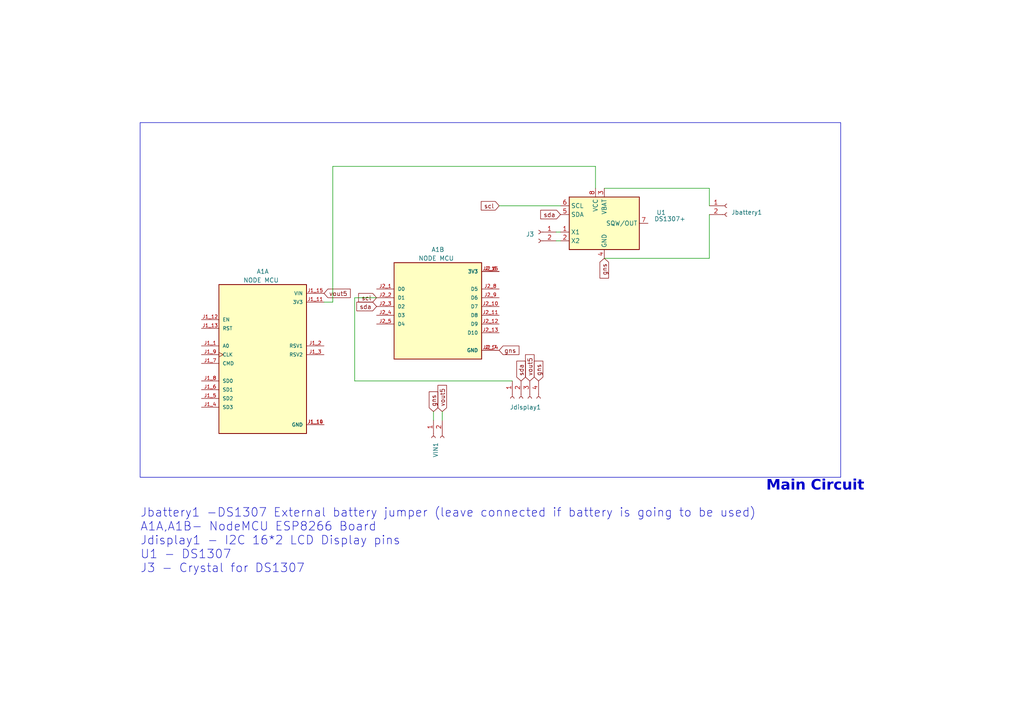
<source format=kicad_sch>
(kicad_sch (version 20230121) (generator eeschema)

  (uuid 0a96b5a5-e92d-4006-883a-381d39a24196)

  (paper "A4")

  (title_block
    (title "Accurate Internet Clock")
    (date "10/3/23")
    (rev "2")
    (company "ESC crasci aka Atul Ravi")
  )

  (lib_symbols
    (symbol "Connector:Conn_01x02_Socket" (pin_names (offset 1.016) hide) (in_bom yes) (on_board yes)
      (property "Reference" "J" (at 0 2.54 0)
        (effects (font (size 1.27 1.27)))
      )
      (property "Value" "Conn_01x02_Socket" (at 0 -5.08 0)
        (effects (font (size 1.27 1.27)))
      )
      (property "Footprint" "" (at 0 0 0)
        (effects (font (size 1.27 1.27)) hide)
      )
      (property "Datasheet" "~" (at 0 0 0)
        (effects (font (size 1.27 1.27)) hide)
      )
      (property "ki_locked" "" (at 0 0 0)
        (effects (font (size 1.27 1.27)))
      )
      (property "ki_keywords" "connector" (at 0 0 0)
        (effects (font (size 1.27 1.27)) hide)
      )
      (property "ki_description" "Generic connector, single row, 01x02, script generated" (at 0 0 0)
        (effects (font (size 1.27 1.27)) hide)
      )
      (property "ki_fp_filters" "Connector*:*_1x??_*" (at 0 0 0)
        (effects (font (size 1.27 1.27)) hide)
      )
      (symbol "Conn_01x02_Socket_1_1"
        (arc (start 0 -2.032) (mid -0.5058 -2.54) (end 0 -3.048)
          (stroke (width 0.1524) (type default))
          (fill (type none))
        )
        (polyline
          (pts
            (xy -1.27 -2.54)
            (xy -0.508 -2.54)
          )
          (stroke (width 0.1524) (type default))
          (fill (type none))
        )
        (polyline
          (pts
            (xy -1.27 0)
            (xy -0.508 0)
          )
          (stroke (width 0.1524) (type default))
          (fill (type none))
        )
        (arc (start 0 0.508) (mid -0.5058 0) (end 0 -0.508)
          (stroke (width 0.1524) (type default))
          (fill (type none))
        )
        (pin passive line (at -5.08 0 0) (length 3.81)
          (name "Pin_1" (effects (font (size 1.27 1.27))))
          (number "1" (effects (font (size 1.27 1.27))))
        )
        (pin passive line (at -5.08 -2.54 0) (length 3.81)
          (name "Pin_2" (effects (font (size 1.27 1.27))))
          (number "2" (effects (font (size 1.27 1.27))))
        )
      )
    )
    (symbol "Connector:Conn_01x04_Socket" (pin_names (offset 1.016) hide) (in_bom yes) (on_board yes)
      (property "Reference" "J" (at 0 5.08 0)
        (effects (font (size 1.27 1.27)))
      )
      (property "Value" "Conn_01x04_Socket" (at 0 -7.62 0)
        (effects (font (size 1.27 1.27)))
      )
      (property "Footprint" "" (at 0 0 0)
        (effects (font (size 1.27 1.27)) hide)
      )
      (property "Datasheet" "~" (at 0 0 0)
        (effects (font (size 1.27 1.27)) hide)
      )
      (property "ki_locked" "" (at 0 0 0)
        (effects (font (size 1.27 1.27)))
      )
      (property "ki_keywords" "connector" (at 0 0 0)
        (effects (font (size 1.27 1.27)) hide)
      )
      (property "ki_description" "Generic connector, single row, 01x04, script generated" (at 0 0 0)
        (effects (font (size 1.27 1.27)) hide)
      )
      (property "ki_fp_filters" "Connector*:*_1x??_*" (at 0 0 0)
        (effects (font (size 1.27 1.27)) hide)
      )
      (symbol "Conn_01x04_Socket_1_1"
        (arc (start 0 -4.572) (mid -0.5058 -5.08) (end 0 -5.588)
          (stroke (width 0.1524) (type default))
          (fill (type none))
        )
        (arc (start 0 -2.032) (mid -0.5058 -2.54) (end 0 -3.048)
          (stroke (width 0.1524) (type default))
          (fill (type none))
        )
        (polyline
          (pts
            (xy -1.27 -5.08)
            (xy -0.508 -5.08)
          )
          (stroke (width 0.1524) (type default))
          (fill (type none))
        )
        (polyline
          (pts
            (xy -1.27 -2.54)
            (xy -0.508 -2.54)
          )
          (stroke (width 0.1524) (type default))
          (fill (type none))
        )
        (polyline
          (pts
            (xy -1.27 0)
            (xy -0.508 0)
          )
          (stroke (width 0.1524) (type default))
          (fill (type none))
        )
        (polyline
          (pts
            (xy -1.27 2.54)
            (xy -0.508 2.54)
          )
          (stroke (width 0.1524) (type default))
          (fill (type none))
        )
        (arc (start 0 0.508) (mid -0.5058 0) (end 0 -0.508)
          (stroke (width 0.1524) (type default))
          (fill (type none))
        )
        (arc (start 0 3.048) (mid -0.5058 2.54) (end 0 2.032)
          (stroke (width 0.1524) (type default))
          (fill (type none))
        )
        (pin passive line (at -5.08 2.54 0) (length 3.81)
          (name "Pin_1" (effects (font (size 1.27 1.27))))
          (number "1" (effects (font (size 1.27 1.27))))
        )
        (pin passive line (at -5.08 0 0) (length 3.81)
          (name "Pin_2" (effects (font (size 1.27 1.27))))
          (number "2" (effects (font (size 1.27 1.27))))
        )
        (pin passive line (at -5.08 -2.54 0) (length 3.81)
          (name "Pin_3" (effects (font (size 1.27 1.27))))
          (number "3" (effects (font (size 1.27 1.27))))
        )
        (pin passive line (at -5.08 -5.08 0) (length 3.81)
          (name "Pin_4" (effects (font (size 1.27 1.27))))
          (number "4" (effects (font (size 1.27 1.27))))
        )
      )
    )
    (symbol "NodeMCU:113990105" (pin_names (offset 1.016)) (in_bom yes) (on_board yes)
      (property "Reference" "A" (at -12.7 21.59 0)
        (effects (font (size 1.27 1.27)) (justify left bottom))
      )
      (property "Value" "113990105" (at -12.7 -24.13 0)
        (effects (font (size 1.27 1.27)) (justify left top))
      )
      (property "Footprint" "SEEED_113990105" (at 0 0 0)
        (effects (font (size 1.27 1.27)) (justify bottom) hide)
      )
      (property "Datasheet" "" (at 0 0 0)
        (effects (font (size 1.27 1.27)) hide)
      )
      (property "MANUFACTURER" "Seeed" (at 0 0 0)
        (effects (font (size 1.27 1.27)) (justify bottom) hide)
      )
      (property "STANDARD" "Manufacturer Recommendations" (at 0 0 0)
        (effects (font (size 1.27 1.27)) (justify bottom) hide)
      )
      (property "MAXIMUM_PACKAGE_HEIGHT" "N/A" (at 0 0 0)
        (effects (font (size 1.27 1.27)) (justify bottom) hide)
      )
      (property "PARTREV" "N/A" (at 0 0 0)
        (effects (font (size 1.27 1.27)) (justify bottom) hide)
      )
      (symbol "113990105_1_0"
        (rectangle (start -12.7 -22.86) (end 12.7 20.32)
          (stroke (width 0.254) (type default))
          (fill (type background))
        )
        (pin bidirectional line (at -17.78 2.54 0) (length 5.08)
          (name "A0" (effects (font (size 1.016 1.016))))
          (number "J1_1" (effects (font (size 1.016 1.016))))
        )
        (pin power_in line (at 17.78 -20.32 180) (length 5.08)
          (name "GND" (effects (font (size 1.016 1.016))))
          (number "J1_10" (effects (font (size 1.016 1.016))))
        )
        (pin power_in line (at 17.78 15.24 180) (length 5.08)
          (name "3V3" (effects (font (size 1.016 1.016))))
          (number "J1_11" (effects (font (size 1.016 1.016))))
        )
        (pin input line (at -17.78 10.16 0) (length 5.08)
          (name "EN" (effects (font (size 1.016 1.016))))
          (number "J1_12" (effects (font (size 1.016 1.016))))
        )
        (pin input line (at -17.78 7.62 0) (length 5.08)
          (name "RST" (effects (font (size 1.016 1.016))))
          (number "J1_13" (effects (font (size 1.016 1.016))))
        )
        (pin power_in line (at 17.78 -20.32 180) (length 5.08)
          (name "GND" (effects (font (size 1.016 1.016))))
          (number "J1_14" (effects (font (size 1.016 1.016))))
        )
        (pin power_in line (at 17.78 17.78 180) (length 5.08)
          (name "VIN" (effects (font (size 1.016 1.016))))
          (number "J1_15" (effects (font (size 1.016 1.016))))
        )
        (pin bidirectional line (at 17.78 2.54 180) (length 5.08)
          (name "RSV1" (effects (font (size 1.016 1.016))))
          (number "J1_2" (effects (font (size 1.016 1.016))))
        )
        (pin bidirectional line (at 17.78 0 180) (length 5.08)
          (name "RSV2" (effects (font (size 1.016 1.016))))
          (number "J1_3" (effects (font (size 1.016 1.016))))
        )
        (pin bidirectional line (at -17.78 -15.24 0) (length 5.08)
          (name "SD3" (effects (font (size 1.016 1.016))))
          (number "J1_4" (effects (font (size 1.016 1.016))))
        )
        (pin bidirectional line (at -17.78 -12.7 0) (length 5.08)
          (name "SD2" (effects (font (size 1.016 1.016))))
          (number "J1_5" (effects (font (size 1.016 1.016))))
        )
        (pin bidirectional line (at -17.78 -10.16 0) (length 5.08)
          (name "SD1" (effects (font (size 1.016 1.016))))
          (number "J1_6" (effects (font (size 1.016 1.016))))
        )
        (pin bidirectional line (at -17.78 -2.54 0) (length 5.08)
          (name "CMD" (effects (font (size 1.016 1.016))))
          (number "J1_7" (effects (font (size 1.016 1.016))))
        )
        (pin bidirectional line (at -17.78 -7.62 0) (length 5.08)
          (name "SD0" (effects (font (size 1.016 1.016))))
          (number "J1_8" (effects (font (size 1.016 1.016))))
        )
        (pin bidirectional clock (at -17.78 0 0) (length 5.08)
          (name "CLK" (effects (font (size 1.016 1.016))))
          (number "J1_9" (effects (font (size 1.016 1.016))))
        )
      )
      (symbol "113990105_2_0"
        (rectangle (start -12.7 -15.24) (end 12.7 12.7)
          (stroke (width 0.254) (type default))
          (fill (type background))
        )
        (pin bidirectional line (at -17.78 5.08 0) (length 5.08)
          (name "D0" (effects (font (size 1.016 1.016))))
          (number "J2_1" (effects (font (size 1.016 1.016))))
        )
        (pin bidirectional line (at 17.78 0 180) (length 5.08)
          (name "D7" (effects (font (size 1.016 1.016))))
          (number "J2_10" (effects (font (size 1.016 1.016))))
        )
        (pin bidirectional line (at 17.78 -2.54 180) (length 5.08)
          (name "D8" (effects (font (size 1.016 1.016))))
          (number "J2_11" (effects (font (size 1.016 1.016))))
        )
        (pin bidirectional line (at 17.78 -5.08 180) (length 5.08)
          (name "D9" (effects (font (size 1.016 1.016))))
          (number "J2_12" (effects (font (size 1.016 1.016))))
        )
        (pin bidirectional line (at 17.78 -7.62 180) (length 5.08)
          (name "D10" (effects (font (size 1.016 1.016))))
          (number "J2_13" (effects (font (size 1.016 1.016))))
        )
        (pin power_in line (at 17.78 -12.7 180) (length 5.08)
          (name "GND" (effects (font (size 1.016 1.016))))
          (number "J2_14" (effects (font (size 1.016 1.016))))
        )
        (pin power_in line (at 17.78 10.16 180) (length 5.08)
          (name "3V3" (effects (font (size 1.016 1.016))))
          (number "J2_15" (effects (font (size 1.016 1.016))))
        )
        (pin bidirectional line (at -17.78 2.54 0) (length 5.08)
          (name "D1" (effects (font (size 1.016 1.016))))
          (number "J2_2" (effects (font (size 1.016 1.016))))
        )
        (pin bidirectional line (at -17.78 0 0) (length 5.08)
          (name "D2" (effects (font (size 1.016 1.016))))
          (number "J2_3" (effects (font (size 1.016 1.016))))
        )
        (pin bidirectional line (at -17.78 -2.54 0) (length 5.08)
          (name "D3" (effects (font (size 1.016 1.016))))
          (number "J2_4" (effects (font (size 1.016 1.016))))
        )
        (pin bidirectional line (at -17.78 -5.08 0) (length 5.08)
          (name "D4" (effects (font (size 1.016 1.016))))
          (number "J2_5" (effects (font (size 1.016 1.016))))
        )
        (pin power_in line (at 17.78 10.16 180) (length 5.08)
          (name "3V3" (effects (font (size 1.016 1.016))))
          (number "J2_6" (effects (font (size 1.016 1.016))))
        )
        (pin power_in line (at 17.78 -12.7 180) (length 5.08)
          (name "GND" (effects (font (size 1.016 1.016))))
          (number "J2_7" (effects (font (size 1.016 1.016))))
        )
        (pin bidirectional line (at 17.78 5.08 180) (length 5.08)
          (name "D5" (effects (font (size 1.016 1.016))))
          (number "J2_8" (effects (font (size 1.016 1.016))))
        )
        (pin bidirectional line (at 17.78 2.54 180) (length 5.08)
          (name "D6" (effects (font (size 1.016 1.016))))
          (number "J2_9" (effects (font (size 1.016 1.016))))
        )
      )
    )
    (symbol "Timer_RTC:DS1307+" (in_bom yes) (on_board yes)
      (property "Reference" "U" (at -8.89 8.89 0)
        (effects (font (size 1.27 1.27)))
      )
      (property "Value" "DS1307+" (at 1.27 8.89 0)
        (effects (font (size 1.27 1.27)) (justify left))
      )
      (property "Footprint" "Package_DIP:DIP-8_W7.62mm" (at 0 -12.7 0)
        (effects (font (size 1.27 1.27)) hide)
      )
      (property "Datasheet" "https://datasheets.maximintegrated.com/en/ds/DS1307.pdf" (at 0 -5.08 0)
        (effects (font (size 1.27 1.27)) hide)
      )
      (property "ki_keywords" "RTC, Trickle-Charge Timekeeping Chip" (at 0 0 0)
        (effects (font (size 1.27 1.27)) hide)
      )
      (property "ki_description" "64 x 8, Serial, I2C Real-time clock, 4.5V to 5.5V VCC, 0°C to +70°C, DIP-8" (at 0 0 0)
        (effects (font (size 1.27 1.27)) hide)
      )
      (property "ki_fp_filters" "DIP*W7.62mm*" (at 0 0 0)
        (effects (font (size 1.27 1.27)) hide)
      )
      (symbol "DS1307+_0_1"
        (rectangle (start -10.16 7.62) (end 10.16 -7.62)
          (stroke (width 0.254) (type default))
          (fill (type background))
        )
      )
      (symbol "DS1307+_1_1"
        (pin input line (at -12.7 -2.54 0) (length 2.54)
          (name "X1" (effects (font (size 1.27 1.27))))
          (number "1" (effects (font (size 1.27 1.27))))
        )
        (pin input line (at -12.7 -5.08 0) (length 2.54)
          (name "X2" (effects (font (size 1.27 1.27))))
          (number "2" (effects (font (size 1.27 1.27))))
        )
        (pin power_in line (at 0 10.16 270) (length 2.54)
          (name "VBAT" (effects (font (size 1.27 1.27))))
          (number "3" (effects (font (size 1.27 1.27))))
        )
        (pin power_in line (at 0 -10.16 90) (length 2.54)
          (name "GND" (effects (font (size 1.27 1.27))))
          (number "4" (effects (font (size 1.27 1.27))))
        )
        (pin bidirectional line (at -12.7 2.54 0) (length 2.54)
          (name "SDA" (effects (font (size 1.27 1.27))))
          (number "5" (effects (font (size 1.27 1.27))))
        )
        (pin input line (at -12.7 5.08 0) (length 2.54)
          (name "SCL" (effects (font (size 1.27 1.27))))
          (number "6" (effects (font (size 1.27 1.27))))
        )
        (pin open_collector line (at 12.7 0 180) (length 2.54)
          (name "SQW/OUT" (effects (font (size 1.27 1.27))))
          (number "7" (effects (font (size 1.27 1.27))))
        )
        (pin power_in line (at -2.54 10.16 270) (length 2.54)
          (name "VCC" (effects (font (size 1.27 1.27))))
          (number "8" (effects (font (size 1.27 1.27))))
        )
      )
    )
  )


  (wire (pts (xy 125.73 121.92) (xy 125.73 119.38))
    (stroke (width 0) (type default))
    (uuid 065163c8-9ae4-4e6c-8ea7-1547e1483ae5)
  )
  (wire (pts (xy 205.74 54.61) (xy 205.74 59.69))
    (stroke (width 0) (type default))
    (uuid 1696e4f5-b97b-44d2-9c3d-d569d6061e3d)
  )
  (wire (pts (xy 175.26 74.93) (xy 205.74 74.93))
    (stroke (width 0) (type default))
    (uuid 30a7347a-aaa5-4389-b625-b453c7ae52b7)
  )
  (wire (pts (xy 172.72 48.26) (xy 172.72 54.61))
    (stroke (width 0) (type default))
    (uuid 3e3d7b57-7c62-444f-843a-3bc8e0aa192d)
  )
  (wire (pts (xy 102.87 86.36) (xy 102.87 110.49))
    (stroke (width 0) (type default))
    (uuid 4ea6e26e-e682-4180-bbb3-50cbb3e6c2c6)
  )
  (wire (pts (xy 102.87 86.36) (xy 109.22 86.36))
    (stroke (width 0) (type default))
    (uuid 4ec133c7-dc5e-4b72-afa0-e18f29bb4ca1)
  )
  (wire (pts (xy 102.87 110.49) (xy 148.59 110.49))
    (stroke (width 0) (type default))
    (uuid 5950df41-affa-43de-bb43-e348b8b67614)
  )
  (wire (pts (xy 175.26 54.61) (xy 205.74 54.61))
    (stroke (width 0) (type default))
    (uuid 5c57ae65-eda0-4ba5-a2ab-831092b08174)
  )
  (wire (pts (xy 161.29 69.85) (xy 162.56 69.85))
    (stroke (width 0) (type default))
    (uuid 703b5beb-19c0-408a-ab34-06bab4acac72)
  )
  (wire (pts (xy 172.72 48.26) (xy 96.52 48.26))
    (stroke (width 0) (type default))
    (uuid 9feaa505-7a3d-46c7-afaf-6fb4453559ee)
  )
  (wire (pts (xy 96.52 48.26) (xy 96.52 87.63))
    (stroke (width 0) (type default))
    (uuid a62a7428-0e8b-41e6-8a87-44322d7f22b2)
  )
  (wire (pts (xy 128.27 121.92) (xy 128.27 119.38))
    (stroke (width 0) (type default))
    (uuid c6b0c806-a66a-4d21-82fa-3081286c4261)
  )
  (wire (pts (xy 205.74 74.93) (xy 205.74 62.23))
    (stroke (width 0) (type default))
    (uuid d3052e00-7409-4a16-87ec-06b961cb42bb)
  )
  (wire (pts (xy 161.29 67.31) (xy 162.56 67.31))
    (stroke (width 0) (type default))
    (uuid d590423d-8fc2-4257-8b32-da89eb4a8118)
  )
  (wire (pts (xy 162.56 59.69) (xy 144.78 59.69))
    (stroke (width 0) (type default))
    (uuid e9e4b168-c4e9-4613-8b38-9af7479ae9a9)
  )
  (wire (pts (xy 96.52 87.63) (xy 93.98 87.63))
    (stroke (width 0) (type default))
    (uuid efcf39cc-1117-4b8b-b83b-0921db3aadba)
  )

  (rectangle (start 40.64 35.56) (end 243.84 138.43)
    (stroke (width 0) (type default))
    (fill (type none))
    (uuid c157f56a-b52a-4f56-8bd6-058f0cec971e)
  )

  (text "Jbattery1 -DS1307 External battery jumper (leave connected if battery is going to be used)\nA1A,A1B- NodeMCU ESP8266 Board\nJdisplay1 - I2C 16*2 LCD Display pins\nU1 - DS1307\nJ3 - Crystal for DS1307\n"
    (at 40.64 166.37 0)
    (effects (font (size 2.5 2.5)) (justify left bottom))
    (uuid 7ff37a1e-5e18-4b57-8173-a62c2ccf0c3d)
  )
  (text "Main Circuit" (at 222.25 143.51 0)
    (effects (font (face "Calibri") (size 3 3) (thickness 0.254) bold) (justify left bottom))
    (uuid b1191902-f95a-4f89-947d-bfe4c1f37ce2)
  )

  (global_label "sda" (shape input) (at 151.13 110.49 90) (fields_autoplaced)
    (effects (font (size 1.27 1.27)) (justify left))
    (uuid 010775c3-c722-4f32-a131-bb066141191c)
    (property "Intersheetrefs" "${INTERSHEET_REFS}" (at 151.13 104.2581 90)
      (effects (font (size 1.27 1.27)) (justify left) hide)
    )
  )
  (global_label "vout5" (shape input) (at 93.98 85.09 0) (fields_autoplaced)
    (effects (font (size 1.27 1.27)) (justify left))
    (uuid 0e2ad08e-6034-4e06-84a3-b7d4385352f4)
    (property "Intersheetrefs" "${INTERSHEET_REFS}" (at 102.0866 85.09 0)
      (effects (font (size 1.27 1.27)) (justify left) hide)
    )
  )
  (global_label "scl" (shape input) (at 144.78 59.69 180) (fields_autoplaced)
    (effects (font (size 1.27 1.27)) (justify right))
    (uuid 0e78c0f5-183d-4b15-9766-3341b3ff2296)
    (property "Intersheetrefs" "${INTERSHEET_REFS}" (at 139.0923 59.69 0)
      (effects (font (size 1.27 1.27)) (justify right) hide)
    )
  )
  (global_label "scl" (shape input) (at 109.22 86.36 180) (fields_autoplaced)
    (effects (font (size 1.27 1.27)) (justify right))
    (uuid 2b1a23a8-1119-4fd7-913a-334b101d44e3)
    (property "Intersheetrefs" "${INTERSHEET_REFS}" (at 103.5323 86.36 0)
      (effects (font (size 1.27 1.27)) (justify right) hide)
    )
  )
  (global_label "gns" (shape input) (at 175.26 74.93 270) (fields_autoplaced)
    (effects (font (size 1.27 1.27)) (justify right))
    (uuid 30b0d42d-4720-4615-8e07-b55aff59431b)
    (property "Intersheetrefs" "${INTERSHEET_REFS}" (at 175.26 81.1619 90)
      (effects (font (size 1.27 1.27)) (justify right) hide)
    )
  )
  (global_label "sda" (shape input) (at 109.22 88.9 180) (fields_autoplaced)
    (effects (font (size 1.27 1.27)) (justify right))
    (uuid 5b3667f8-afa5-4021-a1da-d128a1e3fe77)
    (property "Intersheetrefs" "${INTERSHEET_REFS}" (at 102.9881 88.9 0)
      (effects (font (size 1.27 1.27)) (justify right) hide)
    )
  )
  (global_label "vout5" (shape input) (at 128.27 119.38 90) (fields_autoplaced)
    (effects (font (size 1.27 1.27)) (justify left))
    (uuid 69a6cb33-4dae-40ce-9f90-d5929c871a18)
    (property "Intersheetrefs" "${INTERSHEET_REFS}" (at 128.27 111.2734 90)
      (effects (font (size 1.27 1.27)) (justify left) hide)
    )
  )
  (global_label "vout5" (shape input) (at 153.67 110.49 90) (fields_autoplaced)
    (effects (font (size 1.27 1.27)) (justify left))
    (uuid 6e490e08-30e2-479b-a33b-b82d719886c4)
    (property "Intersheetrefs" "${INTERSHEET_REFS}" (at 153.67 102.3834 90)
      (effects (font (size 1.27 1.27)) (justify left) hide)
    )
  )
  (global_label "gns" (shape input) (at 125.73 119.38 90) (fields_autoplaced)
    (effects (font (size 1.27 1.27)) (justify left))
    (uuid af124fed-595e-442b-b48c-e60ba5506c05)
    (property "Intersheetrefs" "${INTERSHEET_REFS}" (at 125.73 113.1481 90)
      (effects (font (size 1.27 1.27)) (justify left) hide)
    )
  )
  (global_label "sda" (shape input) (at 162.56 62.23 180) (fields_autoplaced)
    (effects (font (size 1.27 1.27)) (justify right))
    (uuid d0a47d14-e334-4258-a146-eb3ac7227f66)
    (property "Intersheetrefs" "${INTERSHEET_REFS}" (at 156.3281 62.23 0)
      (effects (font (size 1.27 1.27)) (justify right) hide)
    )
  )
  (global_label "gns" (shape input) (at 144.78 101.6 0) (fields_autoplaced)
    (effects (font (size 1.27 1.27)) (justify left))
    (uuid d5741ef3-cf3e-4fac-8042-7a7dc16ca26a)
    (property "Intersheetrefs" "${INTERSHEET_REFS}" (at 151.0119 101.6 0)
      (effects (font (size 1.27 1.27)) (justify left) hide)
    )
  )
  (global_label "gns" (shape input) (at 156.21 110.49 90) (fields_autoplaced)
    (effects (font (size 1.27 1.27)) (justify left))
    (uuid f11bb9b9-8c8c-4fe1-9031-ce1a3a1ca38e)
    (property "Intersheetrefs" "${INTERSHEET_REFS}" (at 156.21 104.2581 90)
      (effects (font (size 1.27 1.27)) (justify left) hide)
    )
  )

  (symbol (lib_id "Connector:Conn_01x04_Socket") (at 151.13 115.57 90) (mirror x) (unit 1)
    (in_bom yes) (on_board yes) (dnp no)
    (uuid 044c7d83-257b-4c28-bb9e-4db5aa54a2c3)
    (property "Reference" "Jdisplay1" (at 152.4 118.11 90)
      (effects (font (size 1.27 1.27)))
    )
    (property "Value" "Conn_01x04_Socket" (at 152.4 120.65 90)
      (effects (font (size 1.27 1.27)) hide)
    )
    (property "Footprint" "Connector_PinHeader_2.00mm:PinHeader_1x04_P2.00mm_Vertical" (at 151.13 115.57 0)
      (effects (font (size 1.27 1.27)) hide)
    )
    (property "Datasheet" "~" (at 151.13 115.57 0)
      (effects (font (size 1.27 1.27)) hide)
    )
    (pin "1" (uuid 37a0c32d-5e43-427e-878b-0eeef51eb29d))
    (pin "2" (uuid 638f3601-11b3-4536-be1b-411dc28a99fc))
    (pin "3" (uuid 8e192d90-897a-4fe6-a1d6-a6658c8bf9bf))
    (pin "4" (uuid abcebb13-9b13-45c5-a315-decefe40dd14))
    (instances
      (project "sat-pcb"
        (path "/0a96b5a5-e92d-4006-883a-381d39a24196"
          (reference "Jdisplay1") (unit 1)
        )
      )
    )
  )

  (symbol (lib_id "Connector:Conn_01x02_Socket") (at 210.82 59.69 0) (unit 1)
    (in_bom yes) (on_board yes) (dnp no) (fields_autoplaced)
    (uuid 072f2703-d966-41a1-b64c-40d672e6909f)
    (property "Reference" "Jbattery1" (at 212.09 61.595 0)
      (effects (font (size 1.27 1.27)) (justify left))
    )
    (property "Value" "Conn_01x02_Socket" (at 212.09 62.865 0)
      (effects (font (size 1.27 1.27)) (justify left) hide)
    )
    (property "Footprint" "Connector_PinHeader_2.00mm:PinHeader_1x02_P2.00mm_Vertical" (at 210.82 59.69 0)
      (effects (font (size 1.27 1.27)) hide)
    )
    (property "Datasheet" "~" (at 210.82 59.69 0)
      (effects (font (size 1.27 1.27)) hide)
    )
    (pin "1" (uuid 9a1f5846-5d00-4715-9137-9160e1485dca))
    (pin "2" (uuid 865eea95-19ab-4c40-b18d-d618dac08554))
    (instances
      (project "sat-pcb"
        (path "/0a96b5a5-e92d-4006-883a-381d39a24196"
          (reference "Jbattery1") (unit 1)
        )
      )
    )
  )

  (symbol (lib_id "Connector:Conn_01x02_Socket") (at 125.73 127 90) (mirror x) (unit 1)
    (in_bom yes) (on_board yes) (dnp no)
    (uuid 14555080-12ad-4f30-8fc6-76b0b1b8a61b)
    (property "Reference" "VIN1" (at 126.365 128.27 0)
      (effects (font (size 1.27 1.27)) (justify left))
    )
    (property "Value" "Conn_01x02_Socket" (at 128.905 128.27 0)
      (effects (font (size 1.27 1.27)) (justify left) hide)
    )
    (property "Footprint" "Connector_PinHeader_1.00mm:PinHeader_1x02_P1.00mm_Vertical" (at 125.73 127 0)
      (effects (font (size 1.27 1.27)) hide)
    )
    (property "Datasheet" "~" (at 125.73 127 0)
      (effects (font (size 1.27 1.27)) hide)
    )
    (pin "1" (uuid 9b67bdc2-117c-42a3-8743-1363cf0ff9d6))
    (pin "2" (uuid a6ac4a2f-26c4-4f85-98b6-d81914def832))
    (instances
      (project "sat-pcb"
        (path "/0a96b5a5-e92d-4006-883a-381d39a24196"
          (reference "VIN1") (unit 1)
        )
      )
    )
  )

  (symbol (lib_id "NodeMCU:113990105") (at 76.2 102.87 0) (unit 1)
    (in_bom yes) (on_board yes) (dnp no) (fields_autoplaced)
    (uuid 5d72c529-5fda-4165-8306-a44220fd9b18)
    (property "Reference" "A1" (at 76.2 78.74 0)
      (effects (font (size 1.27 1.27)))
    )
    (property "Value" "NODE MCU " (at 76.2 81.28 0)
      (effects (font (size 1.27 1.27)))
    )
    (property "Footprint" "SEEED_113990105" (at 76.2 102.87 0)
      (effects (font (size 1.27 1.27)) (justify bottom) hide)
    )
    (property "Datasheet" "" (at 76.2 102.87 0)
      (effects (font (size 1.27 1.27)) hide)
    )
    (property "MANUFACTURER" "Seeed" (at 76.2 102.87 0)
      (effects (font (size 1.27 1.27)) (justify bottom) hide)
    )
    (property "STANDARD" "Manufacturer Recommendations" (at 76.2 102.87 0)
      (effects (font (size 1.27 1.27)) (justify bottom) hide)
    )
    (property "MAXIMUM_PACKAGE_HEIGHT" "N/A" (at 76.2 102.87 0)
      (effects (font (size 1.27 1.27)) (justify bottom) hide)
    )
    (property "PARTREV" "N/A" (at 76.2 102.87 0)
      (effects (font (size 1.27 1.27)) (justify bottom) hide)
    )
    (pin "J1_1" (uuid e7276cf0-04b9-45d3-be2f-9bcd5fed8abc))
    (pin "J1_10" (uuid fca79c92-0c24-40fd-8652-9e31f0696435))
    (pin "J1_11" (uuid 4ceeec7f-6761-4e39-bb61-631b880ffeeb))
    (pin "J1_12" (uuid 70fbee56-d55a-44d2-9d91-22612965ae57))
    (pin "J1_13" (uuid c59d7b88-10d7-480e-82a6-847bc3b8112b))
    (pin "J1_14" (uuid 4e224e47-4092-4806-92f0-3a989f63e837))
    (pin "J1_15" (uuid 8ec45dda-3fd7-4fab-a8f7-0b6edcf3308f))
    (pin "J1_2" (uuid 72e9c2a5-4527-47e6-a265-bd08c22d9038))
    (pin "J1_3" (uuid 74fe9aed-912f-4714-b7e3-254b9cfad386))
    (pin "J1_4" (uuid 630408a1-d968-4955-994b-83ebb9d2ad93))
    (pin "J1_5" (uuid ccd1134c-227a-4b2e-a383-6e4fb91e97b9))
    (pin "J1_6" (uuid b379ec92-78e9-4df1-b48c-192d146b8204))
    (pin "J1_7" (uuid ad078158-e8c5-4473-a3e3-19c1c561e3ea))
    (pin "J1_8" (uuid bf6c2fd0-8be5-47be-86e8-a865514f34e3))
    (pin "J1_9" (uuid 15853c8a-7619-4329-84ad-e74ed7f39112))
    (pin "J2_1" (uuid f449516e-ae1e-4d5f-aa2f-e9e96f8c6dbe))
    (pin "J2_10" (uuid ac64adda-ad2d-4c39-b46b-ee0fa360fcfe))
    (pin "J2_11" (uuid 2e7c92e5-8959-491e-975f-84677f899bf5))
    (pin "J2_12" (uuid 3fa3c954-d4b3-4de9-ba5c-7709fe234d7c))
    (pin "J2_13" (uuid f088bfdb-ad6f-4aec-ab6c-c82bf0fd2fd4))
    (pin "J2_14" (uuid 474731c8-11ef-481a-b18b-a41720fffce2))
    (pin "J2_15" (uuid ba149b2d-e263-4bd2-b01d-7d24b74c6bdf))
    (pin "J2_2" (uuid ef4bc4a9-b460-4e7e-a16c-d1e9839f2404))
    (pin "J2_3" (uuid 31f1517f-dcad-48b4-ae1d-74932ec48e0e))
    (pin "J2_4" (uuid 6d5f0817-33fa-468d-a2e9-03b8586a8e0e))
    (pin "J2_5" (uuid ed415837-4b69-4441-b1e5-b45a8287e570))
    (pin "J2_6" (uuid b357d736-7052-445e-bcce-a61914f6431e))
    (pin "J2_7" (uuid 51f10a73-839d-4e10-802a-8fc2cf1ab6c2))
    (pin "J2_8" (uuid b3b6d499-5797-48d0-964a-e9a909fde0db))
    (pin "J2_9" (uuid 38695838-2356-4968-95d4-02db87c7e8a2))
    (instances
      (project "sat-pcb"
        (path "/0a96b5a5-e92d-4006-883a-381d39a24196"
          (reference "A1") (unit 1)
        )
      )
    )
  )

  (symbol (lib_id "NodeMCU:113990105") (at 127 88.9 0) (unit 2)
    (in_bom yes) (on_board yes) (dnp no) (fields_autoplaced)
    (uuid 5f2c2e7c-0099-4302-8e78-0452cf6f50df)
    (property "Reference" "A1" (at 127 72.39 0)
      (effects (font (size 1.27 1.27)))
    )
    (property "Value" "NODE MCU " (at 127 74.93 0)
      (effects (font (size 1.27 1.27)))
    )
    (property "Footprint" "SEEED_113990105" (at 127 88.9 0)
      (effects (font (size 1.27 1.27)) (justify bottom) hide)
    )
    (property "Datasheet" "" (at 127 88.9 0)
      (effects (font (size 1.27 1.27)) hide)
    )
    (property "MANUFACTURER" "Seeed" (at 127 88.9 0)
      (effects (font (size 1.27 1.27)) (justify bottom) hide)
    )
    (property "STANDARD" "Manufacturer Recommendations" (at 127 88.9 0)
      (effects (font (size 1.27 1.27)) (justify bottom) hide)
    )
    (property "MAXIMUM_PACKAGE_HEIGHT" "N/A" (at 127 88.9 0)
      (effects (font (size 1.27 1.27)) (justify bottom) hide)
    )
    (property "PARTREV" "N/A" (at 127 88.9 0)
      (effects (font (size 1.27 1.27)) (justify bottom) hide)
    )
    (pin "J1_1" (uuid 3b8a5e29-6680-486d-b553-d6f784f26c41))
    (pin "J1_10" (uuid 8fab24cb-8b9f-4e9e-8b3f-6c1916547d4f))
    (pin "J1_11" (uuid 0f0aed03-7e08-4236-b74b-320ed84ef789))
    (pin "J1_12" (uuid fa848785-9544-4a8f-931e-cab2dcd96ed7))
    (pin "J1_13" (uuid 1fc1d521-d119-4d3f-898b-1d8e136b3e64))
    (pin "J1_14" (uuid 6496de26-0de2-4756-a400-8986e2f27a1e))
    (pin "J1_15" (uuid dd2b756c-252a-4d9f-b9a8-288f047d3759))
    (pin "J1_2" (uuid 0a007138-a5cc-4bb4-bb1a-1334fc7e26ed))
    (pin "J1_3" (uuid b95774ed-c9b5-4dca-bcb4-f8aad4464929))
    (pin "J1_4" (uuid 72bfac4d-855a-470f-bc09-dca2bd4c9ac1))
    (pin "J1_5" (uuid 6d2230bc-506a-4c70-a6e8-792f46f442b5))
    (pin "J1_6" (uuid 374e3384-145b-49e8-a5d4-5dfb5d6eaa29))
    (pin "J1_7" (uuid 882d3280-cb6d-4a5b-8f18-1ffd3f6f611b))
    (pin "J1_8" (uuid e82caae3-de8a-44a7-a69a-854de4e8cacd))
    (pin "J1_9" (uuid 85006b33-5f98-44f1-9536-134e1c1a8d77))
    (pin "J2_1" (uuid e13cbde3-3ca3-4a5c-b8c5-af8acd9883e0))
    (pin "J2_10" (uuid 0ff84f2d-9d60-41bf-888b-aeae07da461c))
    (pin "J2_11" (uuid 9eebfa7c-da2d-4809-a9e4-1c2215704b01))
    (pin "J2_12" (uuid 53f7db5e-f6f2-4aea-8465-c3b8e5ed8d5e))
    (pin "J2_13" (uuid 577b1a5f-360c-48f6-ac47-2a261dc920a0))
    (pin "J2_14" (uuid a3c2895f-8420-44d2-bc0c-ec1536440738))
    (pin "J2_15" (uuid e6649601-33e9-4111-8d5f-592bed30c433))
    (pin "J2_2" (uuid 0644e2d0-e6aa-469b-a411-2058a69943c0))
    (pin "J2_3" (uuid aa6c7794-350f-45ed-a15f-20b98fdf2d70))
    (pin "J2_4" (uuid b8a39028-74f4-4d1e-b9c3-7b8d4cefeffe))
    (pin "J2_5" (uuid 90a87d12-83a0-4d09-8df3-98f5dd9337ec))
    (pin "J2_6" (uuid d959294a-4b5d-49df-9a8f-dec0ccb2c627))
    (pin "J2_7" (uuid 1f9aa693-5c5b-4500-8d26-0146b3216bb4))
    (pin "J2_8" (uuid 7fa047da-44b8-4ffa-a9e1-15532d43ec55))
    (pin "J2_9" (uuid 51b75d98-10f2-435f-8421-d62a955de145))
    (instances
      (project "sat-pcb"
        (path "/0a96b5a5-e92d-4006-883a-381d39a24196"
          (reference "A1") (unit 2)
        )
      )
    )
  )

  (symbol (lib_id "Connector:Conn_01x02_Socket") (at 156.21 67.31 0) (mirror y) (unit 1)
    (in_bom yes) (on_board yes) (dnp no)
    (uuid 80781376-1d48-457b-b39c-ed9ee4ed6d35)
    (property "Reference" "J3" (at 154.94 67.945 0)
      (effects (font (size 1.27 1.27)) (justify left))
    )
    (property "Value" "Conn_01x02_Socket" (at 154.94 70.485 0)
      (effects (font (size 1.27 1.27)) (justify left) hide)
    )
    (property "Footprint" "Connector_PinHeader_1.00mm:PinHeader_1x02_P1.00mm_Vertical" (at 156.21 67.31 0)
      (effects (font (size 1.27 1.27)) hide)
    )
    (property "Datasheet" "~" (at 156.21 67.31 0)
      (effects (font (size 1.27 1.27)) hide)
    )
    (pin "1" (uuid 97f1abfe-ad53-4c92-8032-275cddb34bc8))
    (pin "2" (uuid 28de02cb-3274-4c2d-84ef-46d18b5728e2))
    (instances
      (project "sat-pcb"
        (path "/0a96b5a5-e92d-4006-883a-381d39a24196"
          (reference "J3") (unit 1)
        )
      )
    )
  )

  (symbol (lib_id "Timer_RTC:DS1307+") (at 175.26 64.77 0) (unit 1)
    (in_bom yes) (on_board yes) (dnp no)
    (uuid c4572599-8e91-4374-9f87-7c9e2460bee5)
    (property "Reference" "U1" (at 191.77 61.6459 0)
      (effects (font (size 1.27 1.27)))
    )
    (property "Value" "DS1307+" (at 194.31 63.5 0)
      (effects (font (size 1.27 1.27)))
    )
    (property "Footprint" "Package_DIP:DIP-8_W7.62mm" (at 175.26 77.47 0)
      (effects (font (size 1.27 1.27)) hide)
    )
    (property "Datasheet" "https://datasheets.maximintegrated.com/en/ds/DS1307.pdf" (at 175.26 69.85 0)
      (effects (font (size 1.27 1.27)) hide)
    )
    (pin "1" (uuid 864e705c-a06b-4949-adcf-6f1572816c8c))
    (pin "2" (uuid 8fb95c80-71ef-4ab2-ada2-d9f29dd3f8bc))
    (pin "3" (uuid afe821f4-74ad-467b-887d-7b91d62ecf15))
    (pin "4" (uuid 27313dfe-7c05-48c6-968a-eae0715c0082))
    (pin "5" (uuid 000bd5fe-ed9b-49ae-ac91-b29dcf12e06d))
    (pin "6" (uuid 8bf78772-bd0e-4ce9-af8f-4a2f971ec266))
    (pin "7" (uuid a27e7ef5-857e-4d5a-ace4-d7e66017a644))
    (pin "8" (uuid b0dc3a4e-4edc-4bba-ba69-07e24db8b1ab))
    (instances
      (project "sat-pcb"
        (path "/0a96b5a5-e92d-4006-883a-381d39a24196"
          (reference "U1") (unit 1)
        )
      )
    )
  )

  (sheet_instances
    (path "/" (page "1"))
  )
)

</source>
